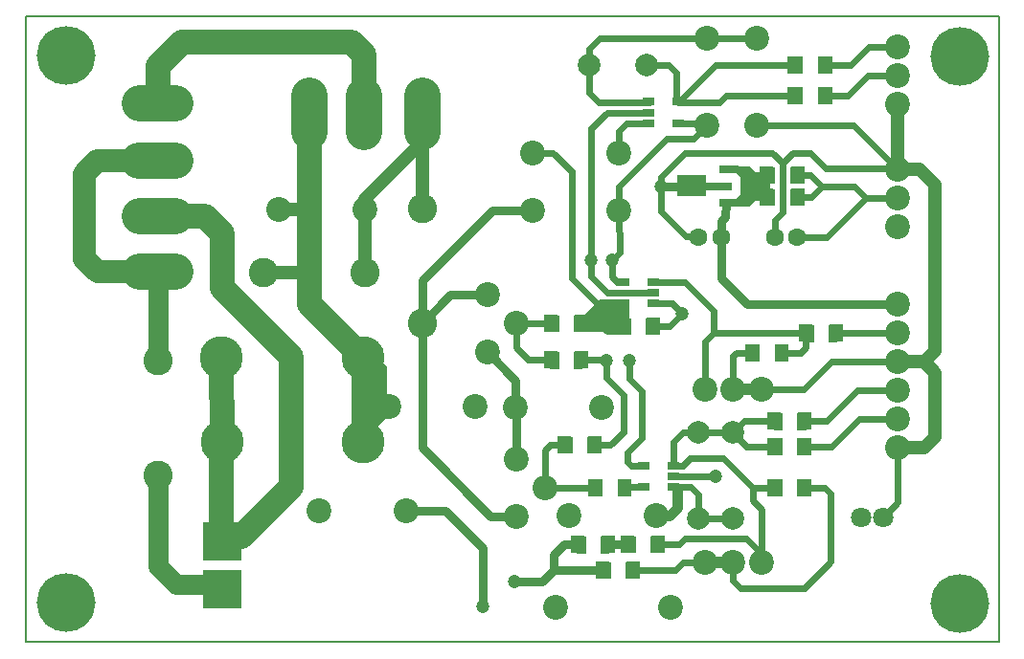
<source format=gbr>
%FSLAX34Y34*%
%MOMM*%
%LNCOPPER_BOTTOM*%
G71*
G01*
%ADD10C, 0.00*%
%ADD11C, 1.60*%
%ADD12C, 0.80*%
%ADD13C, 0.60*%
%ADD14C, 2.00*%
%ADD15C, 2.20*%
%ADD16C, 1.00*%
%ADD17C, 1.20*%
%ADD18C, 1.20*%
%ADD19C, 2.20*%
%ADD20C, 2.60*%
%ADD21C, 1.80*%
%ADD22C, 2.00*%
%ADD23C, 5.20*%
%ADD24R, 1.20X1.60*%
%ADD25R, 1.00X0.70*%
%ADD26C, 0.90*%
%ADD27C, 3.20*%
%ADD28C, 1.80*%
%ADD29C, 0.20*%
%ADD30R, 1.20X0.80*%
%ADD31R, 2.40X0.80*%
%ADD32R, 2.60X1.90*%
%ADD33R, 1.80X0.80*%
%ADD34C, 0.30*%
%ADD35C, 3.80*%
%ADD36R, 1.10X0.70*%
%ADD37C, 0.80*%
%ADD38C, 1.00*%
%ADD39C, 1.30*%
%LPD*%
G36*
X1550955Y388065D02*
X1543955Y388065D01*
X1543955Y402065D01*
X1550955Y402065D01*
X1550955Y388065D01*
G37*
G54D10*
X1550955Y388065D02*
X1543955Y388065D01*
X1543955Y402065D01*
X1550955Y402065D01*
X1550955Y388065D01*
G36*
X1571955Y388065D02*
X1564955Y388065D01*
X1564955Y402065D01*
X1571955Y402065D01*
X1571955Y388065D01*
G37*
G54D10*
X1571955Y388065D02*
X1564955Y388065D01*
X1564955Y402065D01*
X1571955Y402065D01*
X1571955Y388065D01*
G36*
X1550955Y407511D02*
X1543955Y407511D01*
X1543955Y421511D01*
X1550955Y421511D01*
X1550955Y407511D01*
G37*
G54D10*
X1550955Y407511D02*
X1543955Y407511D01*
X1543955Y421511D01*
X1550955Y421511D01*
X1550955Y407511D01*
G36*
X1571955Y407511D02*
X1564955Y407511D01*
X1564955Y421511D01*
X1571955Y421511D01*
X1571955Y407511D01*
G37*
G54D10*
X1571955Y407511D02*
X1564955Y407511D01*
X1564955Y421511D01*
X1571955Y421511D01*
X1571955Y407511D01*
X1503764Y359346D02*
G54D11*
D03*
X1483764Y359346D02*
G54D11*
D03*
G54D12*
X1660134Y299810D02*
X1527179Y299815D01*
X1503764Y323230D01*
X1503764Y359346D01*
X1503764Y373542D01*
X1507824Y377602D01*
X1507903Y389667D01*
G36*
X1585086Y267415D02*
X1578086Y267415D01*
X1578086Y281415D01*
X1585086Y281415D01*
X1585086Y267415D01*
G37*
G54D10*
X1585086Y267415D02*
X1578086Y267415D01*
X1578086Y281415D01*
X1585086Y281415D01*
X1585086Y267415D01*
G36*
X1606086Y267415D02*
X1599086Y267415D01*
X1599086Y281415D01*
X1606086Y281415D01*
X1606086Y267415D01*
G37*
G54D10*
X1606086Y267415D02*
X1599086Y267415D01*
X1599086Y281415D01*
X1606086Y281415D01*
X1606086Y267415D01*
G54D13*
X1660134Y274410D02*
X1605759Y274415D01*
G54D13*
X1581586Y274415D02*
X1510511Y274811D01*
X1497108Y274811D01*
X1489483Y267186D01*
X1489483Y224805D01*
G36*
X1423558Y273765D02*
X1416558Y273765D01*
X1416558Y287765D01*
X1423558Y287765D01*
X1423558Y273765D01*
G37*
G54D10*
X1423558Y273765D02*
X1416558Y273765D01*
X1416558Y287765D01*
X1423558Y287765D01*
X1423558Y273765D01*
G36*
X1444558Y273765D02*
X1437558Y273765D01*
X1437558Y287765D01*
X1444558Y287765D01*
X1444558Y273765D01*
G37*
G54D10*
X1444558Y273765D02*
X1437558Y273765D01*
X1437558Y287765D01*
X1444558Y287765D01*
X1444558Y273765D01*
G54D13*
X1491788Y458858D02*
X1479191Y446261D01*
X1455436Y446261D01*
X1413703Y404528D01*
X1413703Y383551D01*
X1414100Y346283D01*
X1407326Y339510D01*
X1407323Y324421D01*
X1411689Y320055D01*
X1418867Y320055D01*
G54D13*
X1440259Y469680D02*
X1403049Y469677D01*
X1389070Y455698D01*
X1389070Y339510D01*
X1389067Y324421D01*
X1402958Y310530D01*
X1441489Y310530D01*
G36*
X1537461Y250349D02*
X1530461Y250349D01*
X1530461Y264349D01*
X1537461Y264349D01*
X1537461Y250349D01*
G37*
G54D10*
X1537461Y250349D02*
X1530461Y250349D01*
X1530461Y264349D01*
X1537461Y264349D01*
X1537461Y250349D01*
G36*
X1558461Y250349D02*
X1551461Y250349D01*
X1551461Y264349D01*
X1558461Y264349D01*
X1558461Y250349D01*
G37*
G54D10*
X1558461Y250349D02*
X1551461Y250349D01*
X1551461Y264349D01*
X1558461Y264349D01*
X1558461Y250349D01*
X1514132Y186356D02*
G54D14*
D03*
X1514132Y110156D02*
G54D14*
D03*
X1483583Y110470D02*
G54D14*
D03*
X1483583Y186670D02*
G54D14*
D03*
G54D13*
X1514132Y110156D02*
X1483897Y110156D01*
G54D13*
X1550991Y196627D02*
X1524403Y196627D01*
X1514132Y186356D01*
X1483897Y186356D01*
G36*
X1557305Y189627D02*
X1550305Y189627D01*
X1550305Y203627D01*
X1557305Y203627D01*
X1557305Y189627D01*
G37*
G54D10*
X1557305Y189627D02*
X1550305Y189627D01*
X1550305Y203627D01*
X1557305Y203627D01*
X1557305Y189627D01*
G36*
X1578305Y189627D02*
X1571305Y189627D01*
X1571305Y203627D01*
X1578305Y203627D01*
X1578305Y189627D01*
G37*
G54D10*
X1578305Y189627D02*
X1571305Y189627D01*
X1571305Y203627D01*
X1578305Y203627D01*
X1578305Y189627D01*
G36*
X1557305Y167402D02*
X1550305Y167402D01*
X1550305Y181402D01*
X1557305Y181402D01*
X1557305Y167402D01*
G37*
G54D10*
X1557305Y167402D02*
X1550305Y167402D01*
X1550305Y181402D01*
X1557305Y181402D01*
X1557305Y167402D01*
G36*
X1578305Y167402D02*
X1571305Y167402D01*
X1571305Y181402D01*
X1578305Y181402D01*
X1578305Y167402D01*
G37*
G54D10*
X1578305Y167402D02*
X1571305Y167402D01*
X1571305Y181402D01*
X1578305Y181402D01*
X1578305Y167402D01*
G54D13*
X1660134Y223610D02*
X1624012Y223610D01*
X1597029Y196627D01*
X1577581Y196627D01*
G54D13*
X1550991Y174402D02*
X1526086Y174402D01*
X1514132Y186356D01*
G54D13*
X1660134Y198210D02*
X1625599Y198210D01*
X1601792Y174402D01*
X1577581Y174402D01*
X1489483Y71611D02*
G54D15*
D03*
X1514482Y71611D02*
G54D15*
D03*
X1539483Y71611D02*
G54D15*
D03*
G36*
X1557305Y130890D02*
X1550305Y130890D01*
X1550305Y144890D01*
X1557305Y144890D01*
X1557305Y130890D01*
G37*
G54D10*
X1557305Y130890D02*
X1550305Y130890D01*
X1550305Y144890D01*
X1557305Y144890D01*
X1557305Y130890D01*
G36*
X1578305Y130890D02*
X1571305Y130890D01*
X1571305Y144890D01*
X1578305Y144890D01*
X1578305Y130890D01*
G37*
G54D10*
X1578305Y130890D02*
X1571305Y130890D01*
X1571305Y144890D01*
X1578305Y144890D01*
X1578305Y130890D01*
G54D16*
X1514482Y71611D02*
X1489483Y71611D01*
G54D13*
X1539483Y137890D02*
X1553805Y137890D01*
G36*
X1405698Y57865D02*
X1398698Y57865D01*
X1398698Y71865D01*
X1405698Y71865D01*
X1405698Y57865D01*
G37*
G54D10*
X1405698Y57865D02*
X1398698Y57865D01*
X1398698Y71865D01*
X1405698Y71865D01*
X1405698Y57865D01*
G36*
X1426698Y57865D02*
X1419698Y57865D01*
X1419698Y71865D01*
X1426698Y71865D01*
X1426698Y57865D01*
G37*
G54D10*
X1426698Y57865D02*
X1419698Y57865D01*
X1419698Y71865D01*
X1426698Y71865D01*
X1426698Y57865D01*
G36*
X1397452Y94437D02*
X1404452Y94437D01*
X1404452Y80437D01*
X1397452Y80437D01*
X1397452Y94437D01*
G37*
G54D10*
X1397452Y94437D02*
X1404452Y94437D01*
X1404452Y80437D01*
X1397452Y80437D01*
X1397452Y94437D01*
G36*
X1376452Y94437D02*
X1383452Y94437D01*
X1383452Y80437D01*
X1376452Y80437D01*
X1376452Y94437D01*
G37*
G54D10*
X1376452Y94437D02*
X1383452Y94437D01*
X1383452Y80437D01*
X1376452Y80437D01*
X1376452Y94437D01*
X1407332Y339510D02*
G54D17*
D03*
X1389070Y339510D02*
G54D17*
D03*
X1422412Y250610D02*
G54D17*
D03*
X1499006Y147820D02*
G54D17*
D03*
G54D13*
X1459921Y147636D02*
X1498822Y147636D01*
G36*
X1398555Y130890D02*
X1391555Y130890D01*
X1391555Y144890D01*
X1398555Y144890D01*
X1398555Y130890D01*
G37*
G54D10*
X1398555Y130890D02*
X1391555Y130890D01*
X1391555Y144890D01*
X1398555Y144890D01*
X1398555Y130890D01*
G36*
X1419555Y130890D02*
X1412555Y130890D01*
X1412555Y144890D01*
X1419555Y144890D01*
X1419555Y130890D01*
G37*
G54D10*
X1419555Y130890D02*
X1412555Y130890D01*
X1412555Y144890D01*
X1419555Y144890D01*
X1419555Y130890D01*
G36*
X1360058Y276146D02*
X1353058Y276146D01*
X1353058Y290146D01*
X1360058Y290146D01*
X1360058Y276146D01*
G37*
G54D10*
X1360058Y276146D02*
X1353058Y276146D01*
X1353058Y290146D01*
X1360058Y290146D01*
X1360058Y276146D01*
G36*
X1381058Y276146D02*
X1374058Y276146D01*
X1374058Y290146D01*
X1381058Y290146D01*
X1381058Y276146D01*
G37*
G54D10*
X1381058Y276146D02*
X1374058Y276146D01*
X1374058Y290146D01*
X1381058Y290146D01*
X1381058Y276146D01*
G36*
X1427526Y80487D02*
X1420526Y80487D01*
X1420526Y94487D01*
X1427526Y94487D01*
X1427526Y80487D01*
G37*
G54D10*
X1427526Y80487D02*
X1420526Y80487D01*
X1420526Y94487D01*
X1427526Y94487D01*
X1427526Y80487D01*
G36*
X1448526Y80487D02*
X1441526Y80487D01*
X1441526Y94487D01*
X1448526Y94487D01*
X1448526Y80487D01*
G37*
G54D10*
X1448526Y80487D02*
X1441526Y80487D01*
X1441526Y94487D01*
X1448526Y94487D01*
X1448526Y80487D01*
G54D12*
X1421213Y87487D02*
X1403750Y87487D01*
G54D18*
X1659934Y477417D02*
X1659933Y419871D01*
X1678982Y419871D01*
X1693073Y405780D01*
X1693073Y258937D01*
X1683156Y249010D01*
X1660134Y249010D01*
X1683156Y249010D01*
X1693073Y239093D01*
X1693073Y182340D01*
X1683548Y172815D01*
X1660134Y172810D01*
G54D13*
X1571233Y359346D02*
X1597029Y359346D01*
X1632153Y394470D01*
X1659934Y394470D01*
X1632153Y394470D01*
X1622033Y404590D01*
X1593152Y404590D01*
X1583230Y414511D01*
X1571628Y414511D01*
G54D13*
X1489483Y71611D02*
X1470029Y71611D01*
X1463283Y64865D01*
X1423198Y64865D01*
X1402562Y250610D02*
G54D17*
D03*
G54D13*
X1356558Y283146D02*
X1322617Y283146D01*
X1322537Y283226D01*
X1337303Y383551D02*
G54D15*
D03*
X1413703Y383551D02*
G54D15*
D03*
G54D18*
X1239536Y385184D02*
X1239942Y468404D01*
X1239839Y468508D01*
X1469642Y291890D02*
G54D17*
D03*
G54D19*
X1062307Y252651D02*
X1062704Y178436D01*
X1148788Y117645D02*
G54D15*
D03*
X1225187Y117645D02*
G54D15*
D03*
G54D12*
X1399385Y64865D02*
X1356130Y64868D01*
X1345813Y54551D01*
X1321207Y54551D01*
G54D12*
X1379952Y87437D02*
X1365601Y87437D01*
X1356126Y77961D01*
X1356129Y64872D01*
G54D19*
X1006083Y378344D02*
X1006428Y377999D01*
X1047755Y377999D01*
X1062927Y362827D01*
X1062927Y314896D01*
X1124046Y253777D01*
X1124046Y138683D01*
X1079898Y94535D01*
X1062131Y94535D01*
X1062131Y174688D01*
X1062307Y174864D01*
G36*
X1575164Y478155D02*
X1568164Y478155D01*
X1568164Y492155D01*
X1575164Y492155D01*
X1575164Y478155D01*
G37*
G54D10*
X1575164Y478155D02*
X1568164Y478155D01*
X1568164Y492155D01*
X1575164Y492155D01*
X1575164Y478155D01*
G36*
X1596164Y478155D02*
X1589164Y478155D01*
X1589164Y492155D01*
X1596164Y492155D01*
X1596164Y478155D01*
G37*
G54D10*
X1596164Y478155D02*
X1589164Y478155D01*
X1589164Y492155D01*
X1596164Y492155D01*
X1596164Y478155D01*
G36*
X1575164Y505143D02*
X1568164Y505143D01*
X1568164Y519143D01*
X1575164Y519143D01*
X1575164Y505143D01*
G37*
G54D10*
X1575164Y505143D02*
X1568164Y505143D01*
X1568164Y519143D01*
X1575164Y519143D01*
X1575164Y505143D01*
G36*
X1596164Y505143D02*
X1589164Y505143D01*
X1589164Y519143D01*
X1596164Y519143D01*
X1596164Y505143D01*
G37*
G54D10*
X1596164Y505143D02*
X1589164Y505143D01*
X1589164Y519143D01*
X1596164Y519143D01*
X1596164Y505143D01*
G54D13*
X1659933Y528218D02*
X1634536Y528218D01*
X1618461Y512143D01*
X1596235Y512143D01*
G54D13*
X1659934Y502817D02*
X1633344Y502817D01*
X1615683Y485155D01*
X1596235Y485155D01*
X1112672Y384345D02*
G54D15*
D03*
X1189072Y384345D02*
G54D15*
D03*
X1099141Y328347D02*
G54D20*
D03*
X1189341Y328347D02*
G54D20*
D03*
G54D19*
X1139825Y468508D02*
X1139825Y300133D01*
X1187307Y252651D01*
G54D18*
X1112672Y384345D02*
X1138639Y384349D01*
G54D18*
X1099141Y328347D02*
X1136215Y328347D01*
X1136258Y328390D01*
G54D18*
X1189341Y328347D02*
X1189341Y384076D01*
X1189072Y384345D01*
X1189072Y393110D01*
X1242620Y446658D01*
X1006083Y250205D02*
G54D20*
D03*
X1006083Y148605D02*
G54D20*
D03*
G54D21*
X1006083Y250205D02*
X1006083Y328569D01*
X1005801Y328852D01*
G54D21*
X1062131Y52051D02*
X1022071Y52051D01*
X1006083Y68040D01*
X1006083Y148605D01*
G54D22*
X1005528Y426858D02*
X952151Y426858D01*
X940995Y415702D01*
X940995Y340296D01*
X952505Y328787D01*
X1005735Y328787D01*
X1005801Y328852D01*
X1714499Y519684D02*
G54D23*
D03*
X1568056Y512143D02*
G54D24*
D03*
X1596235Y512143D02*
G54D24*
D03*
X1596235Y485155D02*
G54D24*
D03*
X1568453Y485155D02*
G54D24*
D03*
X1544244Y414511D02*
G54D24*
D03*
X1544244Y395065D02*
G54D24*
D03*
X1571628Y414511D02*
G54D24*
D03*
X1571628Y395065D02*
G54D24*
D03*
X1444231Y280765D02*
G54D24*
D03*
X1416847Y280765D02*
G54D24*
D03*
X1380731Y283146D02*
G54D24*
D03*
X1353347Y283146D02*
G54D24*
D03*
X1578375Y274415D02*
G54D24*
D03*
X1605759Y274415D02*
G54D24*
D03*
X1557738Y257349D02*
G54D24*
D03*
X1531147Y257349D02*
G54D24*
D03*
X1550991Y196627D02*
G54D24*
D03*
X1577581Y196627D02*
G54D24*
D03*
X1577581Y174402D02*
G54D24*
D03*
X1550991Y174402D02*
G54D24*
D03*
X1550991Y137890D02*
G54D24*
D03*
X1577581Y137890D02*
G54D24*
D03*
X1447803Y87487D02*
G54D24*
D03*
X1425975Y64865D02*
G54D24*
D03*
X1421213Y87487D02*
G54D24*
D03*
X1399385Y64865D02*
G54D24*
D03*
X1403750Y87487D02*
G54D24*
D03*
X1377159Y87487D02*
G54D24*
D03*
X1392241Y137890D02*
G54D24*
D03*
X1418831Y137890D02*
G54D24*
D03*
X1465659Y460155D02*
G54D25*
D03*
X1417637Y320058D02*
G54D25*
D03*
G54D13*
X1461293Y138289D02*
X1476774Y138289D01*
X1483523Y131540D01*
X1483523Y110530D01*
X1483583Y110470D01*
G54D26*
X1446247Y112883D02*
X1458123Y112887D01*
X1465267Y120030D01*
X1465267Y135905D01*
G36*
X1469767Y135905D02*
X1460767Y135905D01*
X1460767Y140405D01*
X1469767Y140405D01*
X1469767Y135905D01*
G37*
G54D10*
X1469767Y135905D02*
X1460767Y135905D01*
X1460767Y140405D01*
X1469767Y140405D01*
X1469767Y135905D01*
G54D19*
X1188620Y468782D02*
X1188620Y520899D01*
X1177136Y532383D01*
X1027514Y532383D01*
X1006083Y510952D01*
X1006083Y478358D01*
X1005802Y478077D01*
X1571233Y359346D02*
G54D11*
D03*
X1551233Y359346D02*
G54D11*
D03*
G54D13*
X1535444Y458858D02*
X1620947Y458858D01*
X1659933Y419871D01*
X1659737Y420068D01*
X1596724Y420068D01*
X1582436Y434355D01*
X1567355Y434355D01*
X1558136Y425136D01*
X1558136Y422449D01*
X1558136Y381174D01*
X1551389Y374427D01*
X1551233Y359346D01*
G54D27*
X1139825Y484508D02*
X1139825Y452508D01*
G54D27*
X1239839Y484508D02*
X1239839Y452508D01*
G54D27*
X1188620Y484782D02*
X1188620Y452782D01*
G54D12*
X1225187Y117645D02*
X1260086Y117657D01*
X1293423Y84319D01*
X1293423Y32328D01*
X1491787Y535257D02*
G54D15*
D03*
X1491788Y458858D02*
G54D15*
D03*
X1336875Y434355D02*
G54D15*
D03*
X1413275Y434355D02*
G54D15*
D03*
G54D13*
X1557738Y257349D02*
X1574102Y257349D01*
X1578468Y261715D01*
X1578468Y274322D01*
X1578375Y274415D01*
G54D13*
X1514482Y224805D02*
X1514482Y254483D01*
X1517349Y257349D01*
X1531147Y257349D01*
G54D13*
X1539482Y224805D02*
X1577277Y224805D01*
X1601486Y249015D01*
X1660134Y249010D01*
G54D13*
X1461293Y157339D02*
X1470123Y157339D01*
X1476471Y163687D01*
X1505839Y163687D01*
X1531636Y137890D01*
X1531636Y126380D01*
X1539574Y118443D01*
X1539574Y71703D01*
X1539483Y71611D01*
X1647380Y111748D02*
G54D28*
D03*
X1627380Y111748D02*
G54D28*
D03*
G54D13*
X1660134Y172810D02*
X1660134Y124502D01*
X1647380Y111748D01*
G54D13*
X1577581Y137890D02*
X1595533Y137890D01*
X1600693Y132730D01*
X1600693Y72008D01*
X1577674Y48990D01*
X1520829Y48990D01*
X1514479Y55340D01*
X1514482Y71611D01*
G54D12*
X1337303Y383551D02*
X1301842Y383551D01*
X1239536Y321246D01*
X1239536Y283584D01*
X1239644Y173103D01*
X1300258Y112490D01*
X1322457Y112490D01*
X1322537Y112569D01*
G54D13*
X1483583Y186670D02*
X1470085Y186670D01*
X1461786Y178371D01*
X1461793Y157339D01*
G54D13*
X1447803Y87487D02*
X1466549Y87487D01*
X1471708Y92646D01*
X1526080Y92646D01*
X1539574Y79152D01*
G54D13*
X1531636Y137890D02*
X1550991Y137890D01*
G54D13*
X1571628Y395065D02*
X1583627Y395065D01*
X1593152Y404590D01*
G54D13*
X1523302Y405383D02*
X1523302Y396255D01*
X1516714Y389667D01*
X1507903Y389667D01*
X1527827Y389667D01*
X1533224Y395065D01*
X1544244Y395065D01*
X1544244Y414511D01*
X1532827Y414511D01*
X1527671Y419667D01*
X1507903Y419667D01*
X1517749Y419667D01*
X1523302Y414115D01*
X1523302Y405383D01*
G54D13*
X1568056Y512143D02*
X1498597Y512143D01*
X1465659Y479205D01*
X1502270Y479205D01*
X1508221Y485155D01*
X1568453Y485155D01*
X1387571Y512143D02*
G54D14*
D03*
X1438371Y512143D02*
G54D14*
D03*
G54D13*
X1438371Y512143D02*
X1457818Y512143D01*
X1464565Y505396D01*
X1464565Y480299D01*
G54D13*
X1535444Y535257D02*
X1396398Y535257D01*
X1387571Y526430D01*
X1387571Y512143D01*
X1387571Y487140D01*
X1395508Y479202D01*
X1440259Y479205D01*
G54D13*
X1465659Y460155D02*
X1484805Y460152D01*
G54D13*
X1441686Y459962D02*
X1419924Y459962D01*
X1413368Y453405D01*
X1413368Y434448D01*
X1413275Y434355D01*
X1297137Y257826D02*
G54D15*
D03*
X1322537Y283225D02*
G54D15*
D03*
X1297137Y308626D02*
G54D15*
D03*
X1322537Y112569D02*
G54D15*
D03*
X1347937Y137969D02*
G54D15*
D03*
X1322537Y163369D02*
G54D15*
D03*
G54D29*
X1749521Y968D02*
X1749521Y554608D01*
X889096Y554608D01*
X889096Y968D01*
X1749521Y968D01*
G54D13*
X1443037Y301008D02*
X1460521Y301008D01*
X1469642Y291890D01*
X1458516Y280765D01*
X1444231Y280765D01*
G54D13*
X1558136Y425136D02*
X1558136Y425318D01*
X1549099Y434355D01*
X1472105Y434355D01*
X1450674Y412924D01*
X1450674Y382365D01*
X1472899Y360140D01*
X1482970Y360140D01*
G54D13*
X1443037Y320058D02*
X1471706Y320058D01*
X1497505Y294258D01*
X1497505Y275208D01*
X1450582Y404600D02*
G54D17*
D03*
G54D13*
X1336875Y434355D02*
X1355424Y434355D01*
X1372093Y417687D01*
X1372093Y322833D01*
X1395111Y299815D01*
G36*
X1045627Y64979D02*
X1078627Y64979D01*
X1078627Y31979D01*
X1045627Y31979D01*
X1045627Y64979D01*
G37*
G54D10*
X1045627Y64979D02*
X1078627Y64979D01*
X1078627Y31979D01*
X1045627Y31979D01*
X1045627Y64979D01*
G36*
X1045627Y107469D02*
X1078627Y107469D01*
X1078627Y74469D01*
X1045627Y74469D01*
X1045627Y107469D01*
G37*
G54D10*
X1045627Y107469D02*
X1078627Y107469D01*
X1078627Y74469D01*
X1045627Y74469D01*
X1045627Y107469D01*
X1507903Y389667D02*
G54D30*
D03*
X1501950Y404667D02*
G54D31*
D03*
X1507903Y419667D02*
G54D30*
D03*
X1478021Y404861D02*
G54D32*
D03*
G54D12*
X1450582Y404600D02*
X1477760Y404600D01*
G54D27*
X989802Y378064D02*
X1021802Y378064D01*
G54D27*
X989802Y478077D02*
X1021802Y478077D01*
G54D27*
X989528Y426858D02*
X1021528Y426858D01*
G54D27*
X989801Y328852D02*
X1021801Y328852D01*
G54D13*
X1435893Y138339D02*
X1421358Y138339D01*
X1421305Y138287D01*
G54D13*
X1365452Y175791D02*
X1352844Y175791D01*
X1347883Y170830D01*
X1347883Y138023D01*
X1347937Y137969D01*
X1389079Y137969D01*
G36*
X1359827Y243818D02*
X1352827Y243818D01*
X1352827Y257818D01*
X1359827Y257818D01*
X1359827Y243818D01*
G37*
G54D10*
X1359827Y243818D02*
X1352827Y243818D01*
X1352827Y257818D01*
X1359827Y257818D01*
X1359827Y243818D01*
G36*
X1380827Y243818D02*
X1373827Y243818D01*
X1373827Y257818D01*
X1380827Y257818D01*
X1380827Y243818D01*
G37*
G54D10*
X1380827Y243818D02*
X1373827Y243818D01*
X1373827Y257818D01*
X1380827Y257818D01*
X1380827Y243818D01*
X1380335Y251000D02*
G54D24*
D03*
X1353347Y251000D02*
G54D24*
D03*
G54D13*
X1380335Y251000D02*
X1402172Y251000D01*
G54D13*
X1353347Y251000D02*
X1333198Y251000D01*
X1322483Y261715D01*
X1322483Y283172D01*
X1322537Y283225D01*
G36*
X1371931Y168609D02*
X1364931Y168609D01*
X1364931Y182609D01*
X1371931Y182609D01*
X1371931Y168609D01*
G37*
G54D10*
X1371931Y168609D02*
X1364931Y168609D01*
X1364931Y182609D01*
X1371931Y182609D01*
X1371931Y168609D01*
G36*
X1392931Y168609D02*
X1385931Y168609D01*
X1385931Y182609D01*
X1392931Y182609D01*
X1392931Y168609D01*
G37*
G54D10*
X1392931Y168609D02*
X1385931Y168609D01*
X1385931Y182609D01*
X1392931Y182609D01*
X1392931Y168609D01*
X1392439Y175394D02*
G54D24*
D03*
X1365452Y175791D02*
G54D24*
D03*
G54D13*
X1422412Y250610D02*
X1422412Y234414D01*
X1434005Y222821D01*
X1434005Y181943D01*
X1421305Y169243D01*
X1421305Y160115D01*
X1424083Y157337D01*
X1435499Y157337D01*
G54D13*
X1402562Y250610D02*
X1402562Y235214D01*
X1417733Y220043D01*
X1417733Y187102D01*
X1406224Y175593D01*
X1392638Y175593D01*
X1510992Y419679D02*
G54D33*
D03*
X1510992Y389517D02*
G54D33*
D03*
X1539482Y224805D02*
G54D15*
D03*
X1514482Y224805D02*
G54D15*
D03*
X1489482Y224805D02*
G54D15*
D03*
G36*
X1523302Y418083D02*
X1529255Y418083D01*
X1532827Y414511D01*
X1544244Y414511D01*
X1544244Y395065D01*
X1533224Y395065D01*
X1527827Y389667D01*
X1520761Y389667D01*
X1519730Y390699D01*
X1519730Y392683D01*
X1523302Y396255D01*
X1523302Y415702D01*
X1521318Y417687D01*
X1522905Y417687D01*
X1523302Y418083D01*
G37*
G54D10*
X1523302Y418083D02*
X1529255Y418083D01*
X1532827Y414511D01*
X1544244Y414511D01*
X1544244Y395065D01*
X1533224Y395065D01*
X1527827Y389667D01*
X1520761Y389667D01*
X1519730Y390699D01*
X1519730Y392683D01*
X1523302Y396255D01*
X1523302Y415702D01*
X1521318Y417687D01*
X1522905Y417687D01*
X1523302Y418083D01*
G54D34*
X1522905Y417687D02*
X1523302Y418083D01*
X1529255Y418083D01*
X1532827Y414511D01*
X1544244Y414511D01*
X1544244Y395065D01*
X1533224Y395065D01*
X1527827Y389667D01*
X1520761Y389667D01*
X1519730Y390699D01*
X1519730Y392683D01*
X1523302Y396255D01*
X1523302Y415702D01*
X1521318Y417687D01*
X1522905Y417687D01*
X1322222Y208926D02*
G54D15*
D03*
X1398622Y208926D02*
G54D15*
D03*
G54D12*
X1322537Y163369D02*
X1322537Y208611D01*
X1322222Y208926D01*
X1322222Y232740D01*
X1297137Y257826D01*
X1209907Y209323D02*
G54D15*
D03*
X1286306Y209323D02*
G54D15*
D03*
X1369847Y112883D02*
G54D15*
D03*
X1446247Y112883D02*
G54D15*
D03*
X1239536Y385184D02*
G54D20*
D03*
X1239536Y283584D02*
G54D20*
D03*
X1187307Y252651D02*
G54D35*
D03*
X1062307Y252651D02*
G54D35*
D03*
X1187704Y178436D02*
G54D35*
D03*
X1062704Y178436D02*
G54D35*
D03*
X1439759Y460355D02*
G54D36*
D03*
X1439759Y469755D02*
G54D36*
D03*
X1439759Y479355D02*
G54D36*
D03*
X1465659Y479355D02*
G54D36*
D03*
X1465659Y460355D02*
G54D36*
D03*
X1443537Y319858D02*
G54D36*
D03*
X1443537Y310458D02*
G54D36*
D03*
X1443537Y300858D02*
G54D36*
D03*
X1417637Y300858D02*
G54D36*
D03*
X1417637Y319858D02*
G54D36*
D03*
X1461793Y157139D02*
G54D36*
D03*
X1461793Y147739D02*
G54D36*
D03*
X1461793Y138139D02*
G54D36*
D03*
X1435893Y138139D02*
G54D36*
D03*
X1435893Y157139D02*
G54D36*
D03*
X1535444Y535257D02*
G54D15*
D03*
X1535444Y458858D02*
G54D15*
D03*
G36*
X1380731Y283146D02*
X1383906Y289403D01*
X1397493Y302990D01*
X1421209Y302842D01*
X1421209Y283936D01*
X1413275Y274811D01*
X1403446Y274811D01*
X1399874Y277193D01*
X1383906Y277193D01*
X1380731Y283146D01*
G37*
G54D10*
X1380731Y283146D02*
X1383906Y289403D01*
X1397493Y302990D01*
X1421209Y302842D01*
X1421209Y283936D01*
X1413275Y274811D01*
X1403446Y274811D01*
X1399874Y277193D01*
X1383906Y277193D01*
X1380731Y283146D01*
G54D34*
X1383906Y277193D02*
X1380731Y283146D01*
X1383906Y289403D01*
X1397493Y302990D01*
X1421209Y302842D01*
X1421209Y283936D01*
X1413275Y274811D01*
X1403446Y274811D01*
X1399874Y277193D01*
X1383906Y277193D01*
X1293423Y32328D02*
G54D17*
D03*
X1321207Y54551D02*
G54D17*
D03*
G36*
X1180005Y185911D02*
X1194689Y191071D01*
X1205008Y201390D01*
X1205008Y244649D01*
X1194293Y255365D01*
X1180005Y244649D01*
X1180005Y185911D01*
G37*
G54D10*
X1180005Y185911D02*
X1194689Y191071D01*
X1205008Y201390D01*
X1205008Y244649D01*
X1194293Y255365D01*
X1180005Y244649D01*
X1180005Y185911D01*
G54D13*
X1180005Y244649D02*
X1180005Y185911D01*
X1194689Y191071D01*
X1205008Y201390D01*
X1205008Y244649D01*
X1194293Y255365D01*
X1180005Y244649D01*
X1735539Y519684D02*
G54D37*
D03*
X1729189Y534364D02*
G54D37*
D03*
X1714509Y540714D02*
G54D37*
D03*
X1699819Y534364D02*
G54D37*
D03*
X1693469Y519684D02*
G54D37*
D03*
X1714509Y498654D02*
G54D37*
D03*
X1729189Y505004D02*
G54D37*
D03*
X1699819Y505004D02*
G54D37*
D03*
X1714896Y35497D02*
G54D23*
D03*
X1735936Y35497D02*
G54D37*
D03*
X1729586Y50177D02*
G54D37*
D03*
X1714906Y56527D02*
G54D37*
D03*
X1700216Y50177D02*
G54D37*
D03*
X1693866Y35497D02*
G54D37*
D03*
X1714906Y14467D02*
G54D37*
D03*
X1729586Y20817D02*
G54D37*
D03*
X1700216Y20817D02*
G54D37*
D03*
X924718Y35893D02*
G54D23*
D03*
X945758Y35893D02*
G54D37*
D03*
X939408Y50573D02*
G54D37*
D03*
X924728Y56923D02*
G54D37*
D03*
X910038Y50573D02*
G54D37*
D03*
X903688Y35893D02*
G54D37*
D03*
X924728Y14863D02*
G54D37*
D03*
X939408Y21213D02*
G54D37*
D03*
X910038Y21213D02*
G54D37*
D03*
X924718Y520081D02*
G54D23*
D03*
X945758Y520081D02*
G54D37*
D03*
X939408Y534761D02*
G54D37*
D03*
X924728Y541111D02*
G54D37*
D03*
X910038Y534761D02*
G54D37*
D03*
X903688Y520081D02*
G54D37*
D03*
X924728Y499051D02*
G54D37*
D03*
X939408Y505401D02*
G54D37*
D03*
X910038Y505401D02*
G54D37*
D03*
G54D12*
X1297137Y308626D02*
X1264578Y308626D01*
X1239536Y283584D01*
G54D16*
X1539482Y224805D02*
X1514482Y224805D01*
X1062130Y40967D02*
G54D38*
D03*
X1062130Y90967D02*
G54D38*
D03*
X1062130Y48482D02*
G54D38*
D03*
X1062130Y83582D02*
G54D38*
D03*
X1659934Y477417D02*
G54D15*
D03*
X1659934Y502817D02*
G54D15*
D03*
X1659933Y528218D02*
G54D15*
D03*
X1659934Y369070D02*
G54D15*
D03*
X1659934Y394470D02*
G54D15*
D03*
X1659933Y419871D02*
G54D15*
D03*
X1660134Y299810D02*
G54D15*
D03*
X1660134Y274410D02*
G54D15*
D03*
X1660134Y249010D02*
G54D15*
D03*
X1660134Y223610D02*
G54D15*
D03*
X1660134Y198210D02*
G54D15*
D03*
X1660134Y172810D02*
G54D15*
D03*
X1535447Y535259D02*
G54D39*
D03*
X1535447Y458859D02*
G54D39*
D03*
X1491787Y535257D02*
G54D39*
D03*
X1491788Y458858D02*
G54D39*
D03*
X1438371Y512143D02*
G54D39*
D03*
X1387571Y512143D02*
G54D39*
D03*
X1336875Y434355D02*
G54D39*
D03*
X1413275Y434355D02*
G54D39*
D03*
X1337303Y383551D02*
G54D39*
D03*
X1413703Y383551D02*
G54D39*
D03*
X1297137Y308626D02*
G54D39*
D03*
X1322537Y283225D02*
G54D39*
D03*
X1297137Y257826D02*
G54D39*
D03*
X1398622Y208926D02*
G54D39*
D03*
X1322222Y208926D02*
G54D39*
D03*
X1286306Y209323D02*
G54D39*
D03*
X1209907Y209323D02*
G54D39*
D03*
X1322537Y163369D02*
G54D39*
D03*
X1347937Y137969D02*
G54D39*
D03*
X1322537Y112569D02*
G54D39*
D03*
X1369847Y112883D02*
G54D39*
D03*
X1446247Y112883D02*
G54D39*
D03*
X1483583Y186670D02*
G54D39*
D03*
X1514132Y186356D02*
G54D39*
D03*
X1483583Y110470D02*
G54D39*
D03*
X1514132Y110156D02*
G54D39*
D03*
X1489482Y224805D02*
G54D39*
D03*
X1514482Y224805D02*
G54D39*
D03*
X1539482Y224805D02*
G54D39*
D03*
X1503764Y359346D02*
G54D39*
D03*
X1483764Y359346D02*
G54D39*
D03*
X1571233Y359346D02*
G54D39*
D03*
X1551233Y359346D02*
G54D39*
D03*
X1539483Y71611D02*
G54D39*
D03*
X1514482Y71611D02*
G54D39*
D03*
X1489483Y71611D02*
G54D39*
D03*
X1225187Y117645D02*
G54D39*
D03*
X1148788Y117645D02*
G54D39*
D03*
X1659933Y528218D02*
G54D39*
D03*
X1659934Y502817D02*
G54D39*
D03*
X1659934Y477417D02*
G54D39*
D03*
X1659933Y419871D02*
G54D39*
D03*
X1659934Y394470D02*
G54D39*
D03*
X1659934Y369070D02*
G54D39*
D03*
X1660134Y299810D02*
G54D39*
D03*
X1660134Y274410D02*
G54D39*
D03*
X1660134Y249010D02*
G54D39*
D03*
X1660134Y223610D02*
G54D39*
D03*
X1660134Y198210D02*
G54D39*
D03*
X1660134Y172810D02*
G54D39*
D03*
X1647380Y111748D02*
G54D39*
D03*
X1627380Y111748D02*
G54D39*
D03*
X1112672Y384345D02*
G54D39*
D03*
X1189072Y384345D02*
G54D39*
D03*
X1239536Y385184D02*
G54D28*
D03*
X1239536Y283584D02*
G54D28*
D03*
X1189341Y328347D02*
G54D28*
D03*
X1099141Y328347D02*
G54D28*
D03*
X1006087Y250209D02*
G54D11*
D03*
X1006087Y148609D02*
G54D11*
D03*
X1187307Y252649D02*
G54D14*
D03*
X1062307Y252649D02*
G54D14*
D03*
X1187707Y178439D02*
G54D14*
D03*
X1062707Y178439D02*
G54D14*
D03*
X1188620Y468782D02*
G54D20*
D03*
X1239839Y468508D02*
G54D20*
D03*
X1139825Y468508D02*
G54D20*
D03*
X1005802Y478077D02*
G54D20*
D03*
X1005528Y426858D02*
G54D20*
D03*
X1005802Y378064D02*
G54D20*
D03*
X1005801Y328852D02*
G54D20*
D03*
X1357514Y31924D02*
G54D11*
D03*
X1459114Y31924D02*
G54D11*
D03*
X1062130Y83582D02*
G54D39*
D03*
X1062127Y90969D02*
G54D39*
D03*
X1062130Y48482D02*
G54D39*
D03*
X1062130Y40967D02*
G54D39*
D03*
X1459114Y31924D02*
G54D15*
D03*
X1357514Y31924D02*
G54D15*
D03*
M02*

</source>
